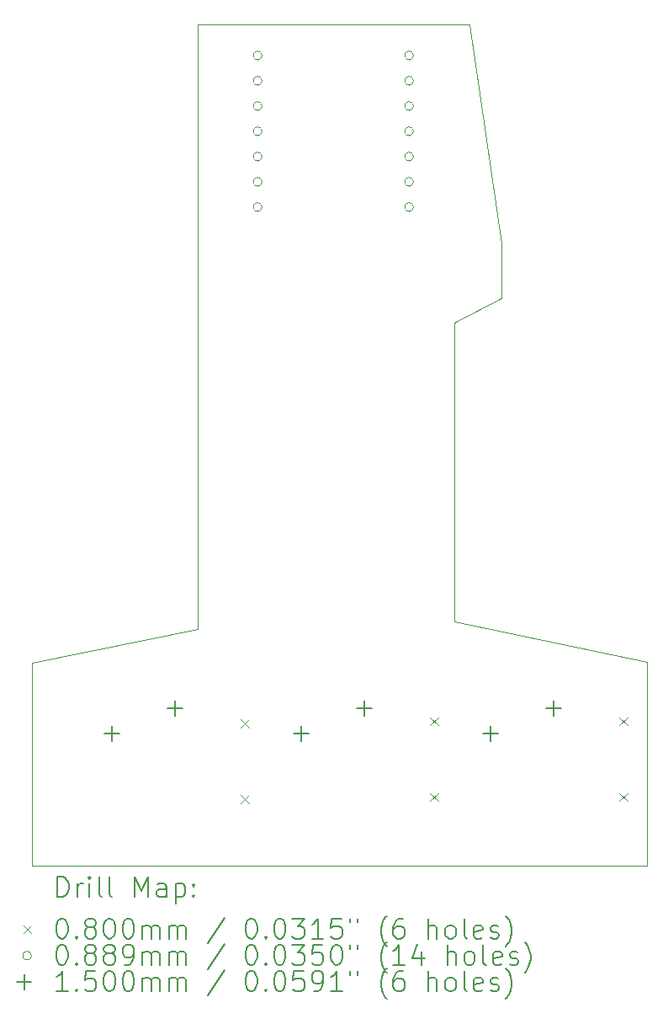
<source format=gbr>
%TF.GenerationSoftware,KiCad,Pcbnew,9.0.2*%
%TF.CreationDate,2025-07-01T11:41:15-07:00*%
%TF.ProjectId,osu_keypad,6f73755f-6b65-4797-9061-642e6b696361,rev?*%
%TF.SameCoordinates,Original*%
%TF.FileFunction,Drillmap*%
%TF.FilePolarity,Positive*%
%FSLAX45Y45*%
G04 Gerber Fmt 4.5, Leading zero omitted, Abs format (unit mm)*
G04 Created by KiCad (PCBNEW 9.0.2) date 2025-07-01 11:41:15*
%MOMM*%
%LPD*%
G01*
G04 APERTURE LIST*
%ADD10C,0.050000*%
%ADD11C,0.200000*%
%ADD12C,0.100000*%
%ADD13C,0.150000*%
G04 APERTURE END LIST*
D10*
X12942500Y-9540500D02*
X13416500Y-9294500D01*
X10358438Y-6548437D02*
X10358438Y-12620625D01*
X12943500Y-12546500D02*
X12942500Y-9540500D01*
X8691563Y-15001875D02*
X14882812Y-15001875D01*
X13416500Y-8749500D02*
X13096875Y-6548437D01*
X8692500Y-12962500D02*
X10358438Y-12620625D01*
X14882812Y-15001875D02*
X14882812Y-12952500D01*
X8691563Y-15001875D02*
X8692500Y-12962500D01*
X13416500Y-9294500D02*
X13416500Y-8749500D01*
X13096875Y-6548437D02*
X10358438Y-6548437D01*
X14882812Y-12952500D02*
X12943500Y-12546500D01*
D11*
D12*
X10794688Y-13533125D02*
X10874688Y-13613125D01*
X10874688Y-13533125D02*
X10794688Y-13613125D01*
X10794688Y-14295125D02*
X10874688Y-14375125D01*
X10874688Y-14295125D02*
X10794688Y-14375125D01*
X12699687Y-13509312D02*
X12779687Y-13589312D01*
X12779687Y-13509312D02*
X12699687Y-13589312D01*
X12699687Y-14271312D02*
X12779687Y-14351312D01*
X12779687Y-14271312D02*
X12699687Y-14351312D01*
X14604687Y-13509312D02*
X14684687Y-13589312D01*
X14684687Y-13509312D02*
X14604687Y-13589312D01*
X14604687Y-14271312D02*
X14684687Y-14351312D01*
X14684687Y-14271312D02*
X14604687Y-14351312D01*
X11009450Y-6858000D02*
G75*
G02*
X10920550Y-6858000I-44450J0D01*
G01*
X10920550Y-6858000D02*
G75*
G02*
X11009450Y-6858000I44450J0D01*
G01*
X11009450Y-7112000D02*
G75*
G02*
X10920550Y-7112000I-44450J0D01*
G01*
X10920550Y-7112000D02*
G75*
G02*
X11009450Y-7112000I44450J0D01*
G01*
X11009450Y-7366000D02*
G75*
G02*
X10920550Y-7366000I-44450J0D01*
G01*
X10920550Y-7366000D02*
G75*
G02*
X11009450Y-7366000I44450J0D01*
G01*
X11009450Y-7620000D02*
G75*
G02*
X10920550Y-7620000I-44450J0D01*
G01*
X10920550Y-7620000D02*
G75*
G02*
X11009450Y-7620000I44450J0D01*
G01*
X11009450Y-7874000D02*
G75*
G02*
X10920550Y-7874000I-44450J0D01*
G01*
X10920550Y-7874000D02*
G75*
G02*
X11009450Y-7874000I44450J0D01*
G01*
X11009450Y-8128000D02*
G75*
G02*
X10920550Y-8128000I-44450J0D01*
G01*
X10920550Y-8128000D02*
G75*
G02*
X11009450Y-8128000I44450J0D01*
G01*
X11009450Y-8382000D02*
G75*
G02*
X10920550Y-8382000I-44450J0D01*
G01*
X10920550Y-8382000D02*
G75*
G02*
X11009450Y-8382000I44450J0D01*
G01*
X12533450Y-6858000D02*
G75*
G02*
X12444550Y-6858000I-44450J0D01*
G01*
X12444550Y-6858000D02*
G75*
G02*
X12533450Y-6858000I44450J0D01*
G01*
X12533450Y-7112000D02*
G75*
G02*
X12444550Y-7112000I-44450J0D01*
G01*
X12444550Y-7112000D02*
G75*
G02*
X12533450Y-7112000I44450J0D01*
G01*
X12533450Y-7366000D02*
G75*
G02*
X12444550Y-7366000I-44450J0D01*
G01*
X12444550Y-7366000D02*
G75*
G02*
X12533450Y-7366000I44450J0D01*
G01*
X12533450Y-7620000D02*
G75*
G02*
X12444550Y-7620000I-44450J0D01*
G01*
X12444550Y-7620000D02*
G75*
G02*
X12533450Y-7620000I44450J0D01*
G01*
X12533450Y-7874000D02*
G75*
G02*
X12444550Y-7874000I-44450J0D01*
G01*
X12444550Y-7874000D02*
G75*
G02*
X12533450Y-7874000I44450J0D01*
G01*
X12533450Y-8128000D02*
G75*
G02*
X12444550Y-8128000I-44450J0D01*
G01*
X12444550Y-8128000D02*
G75*
G02*
X12533450Y-8128000I44450J0D01*
G01*
X12533450Y-8382000D02*
G75*
G02*
X12444550Y-8382000I-44450J0D01*
G01*
X12444550Y-8382000D02*
G75*
G02*
X12533450Y-8382000I44450J0D01*
G01*
D13*
X9501188Y-13601312D02*
X9501188Y-13751312D01*
X9426188Y-13676312D02*
X9576188Y-13676312D01*
X10136188Y-13347312D02*
X10136188Y-13497312D01*
X10061188Y-13422312D02*
X10211188Y-13422312D01*
X11406187Y-13601312D02*
X11406187Y-13751312D01*
X11331187Y-13676312D02*
X11481187Y-13676312D01*
X12041187Y-13347312D02*
X12041187Y-13497312D01*
X11966187Y-13422312D02*
X12116187Y-13422312D01*
X13311187Y-13601312D02*
X13311187Y-13751312D01*
X13236187Y-13676312D02*
X13386187Y-13676312D01*
X13946187Y-13347312D02*
X13946187Y-13497312D01*
X13871187Y-13422312D02*
X14021187Y-13422312D01*
D11*
X8949839Y-15315859D02*
X8949839Y-15115859D01*
X8949839Y-15115859D02*
X8997458Y-15115859D01*
X8997458Y-15115859D02*
X9026030Y-15125383D01*
X9026030Y-15125383D02*
X9045077Y-15144430D01*
X9045077Y-15144430D02*
X9054601Y-15163478D01*
X9054601Y-15163478D02*
X9064125Y-15201573D01*
X9064125Y-15201573D02*
X9064125Y-15230144D01*
X9064125Y-15230144D02*
X9054601Y-15268240D01*
X9054601Y-15268240D02*
X9045077Y-15287287D01*
X9045077Y-15287287D02*
X9026030Y-15306335D01*
X9026030Y-15306335D02*
X8997458Y-15315859D01*
X8997458Y-15315859D02*
X8949839Y-15315859D01*
X9149839Y-15315859D02*
X9149839Y-15182525D01*
X9149839Y-15220621D02*
X9159363Y-15201573D01*
X9159363Y-15201573D02*
X9168887Y-15192049D01*
X9168887Y-15192049D02*
X9187935Y-15182525D01*
X9187935Y-15182525D02*
X9206982Y-15182525D01*
X9273649Y-15315859D02*
X9273649Y-15182525D01*
X9273649Y-15115859D02*
X9264125Y-15125383D01*
X9264125Y-15125383D02*
X9273649Y-15134906D01*
X9273649Y-15134906D02*
X9283173Y-15125383D01*
X9283173Y-15125383D02*
X9273649Y-15115859D01*
X9273649Y-15115859D02*
X9273649Y-15134906D01*
X9397458Y-15315859D02*
X9378411Y-15306335D01*
X9378411Y-15306335D02*
X9368887Y-15287287D01*
X9368887Y-15287287D02*
X9368887Y-15115859D01*
X9502220Y-15315859D02*
X9483173Y-15306335D01*
X9483173Y-15306335D02*
X9473649Y-15287287D01*
X9473649Y-15287287D02*
X9473649Y-15115859D01*
X9730792Y-15315859D02*
X9730792Y-15115859D01*
X9730792Y-15115859D02*
X9797458Y-15258716D01*
X9797458Y-15258716D02*
X9864125Y-15115859D01*
X9864125Y-15115859D02*
X9864125Y-15315859D01*
X10045077Y-15315859D02*
X10045077Y-15211097D01*
X10045077Y-15211097D02*
X10035554Y-15192049D01*
X10035554Y-15192049D02*
X10016506Y-15182525D01*
X10016506Y-15182525D02*
X9978411Y-15182525D01*
X9978411Y-15182525D02*
X9959363Y-15192049D01*
X10045077Y-15306335D02*
X10026030Y-15315859D01*
X10026030Y-15315859D02*
X9978411Y-15315859D01*
X9978411Y-15315859D02*
X9959363Y-15306335D01*
X9959363Y-15306335D02*
X9949839Y-15287287D01*
X9949839Y-15287287D02*
X9949839Y-15268240D01*
X9949839Y-15268240D02*
X9959363Y-15249192D01*
X9959363Y-15249192D02*
X9978411Y-15239668D01*
X9978411Y-15239668D02*
X10026030Y-15239668D01*
X10026030Y-15239668D02*
X10045077Y-15230144D01*
X10140316Y-15182525D02*
X10140316Y-15382525D01*
X10140316Y-15192049D02*
X10159363Y-15182525D01*
X10159363Y-15182525D02*
X10197458Y-15182525D01*
X10197458Y-15182525D02*
X10216506Y-15192049D01*
X10216506Y-15192049D02*
X10226030Y-15201573D01*
X10226030Y-15201573D02*
X10235554Y-15220621D01*
X10235554Y-15220621D02*
X10235554Y-15277763D01*
X10235554Y-15277763D02*
X10226030Y-15296811D01*
X10226030Y-15296811D02*
X10216506Y-15306335D01*
X10216506Y-15306335D02*
X10197458Y-15315859D01*
X10197458Y-15315859D02*
X10159363Y-15315859D01*
X10159363Y-15315859D02*
X10140316Y-15306335D01*
X10321268Y-15296811D02*
X10330792Y-15306335D01*
X10330792Y-15306335D02*
X10321268Y-15315859D01*
X10321268Y-15315859D02*
X10311744Y-15306335D01*
X10311744Y-15306335D02*
X10321268Y-15296811D01*
X10321268Y-15296811D02*
X10321268Y-15315859D01*
X10321268Y-15192049D02*
X10330792Y-15201573D01*
X10330792Y-15201573D02*
X10321268Y-15211097D01*
X10321268Y-15211097D02*
X10311744Y-15201573D01*
X10311744Y-15201573D02*
X10321268Y-15192049D01*
X10321268Y-15192049D02*
X10321268Y-15211097D01*
D12*
X8609063Y-15604375D02*
X8689063Y-15684375D01*
X8689063Y-15604375D02*
X8609063Y-15684375D01*
D11*
X8987935Y-15535859D02*
X9006982Y-15535859D01*
X9006982Y-15535859D02*
X9026030Y-15545383D01*
X9026030Y-15545383D02*
X9035554Y-15554906D01*
X9035554Y-15554906D02*
X9045077Y-15573954D01*
X9045077Y-15573954D02*
X9054601Y-15612049D01*
X9054601Y-15612049D02*
X9054601Y-15659668D01*
X9054601Y-15659668D02*
X9045077Y-15697763D01*
X9045077Y-15697763D02*
X9035554Y-15716811D01*
X9035554Y-15716811D02*
X9026030Y-15726335D01*
X9026030Y-15726335D02*
X9006982Y-15735859D01*
X9006982Y-15735859D02*
X8987935Y-15735859D01*
X8987935Y-15735859D02*
X8968887Y-15726335D01*
X8968887Y-15726335D02*
X8959363Y-15716811D01*
X8959363Y-15716811D02*
X8949839Y-15697763D01*
X8949839Y-15697763D02*
X8940316Y-15659668D01*
X8940316Y-15659668D02*
X8940316Y-15612049D01*
X8940316Y-15612049D02*
X8949839Y-15573954D01*
X8949839Y-15573954D02*
X8959363Y-15554906D01*
X8959363Y-15554906D02*
X8968887Y-15545383D01*
X8968887Y-15545383D02*
X8987935Y-15535859D01*
X9140316Y-15716811D02*
X9149839Y-15726335D01*
X9149839Y-15726335D02*
X9140316Y-15735859D01*
X9140316Y-15735859D02*
X9130792Y-15726335D01*
X9130792Y-15726335D02*
X9140316Y-15716811D01*
X9140316Y-15716811D02*
X9140316Y-15735859D01*
X9264125Y-15621573D02*
X9245077Y-15612049D01*
X9245077Y-15612049D02*
X9235554Y-15602525D01*
X9235554Y-15602525D02*
X9226030Y-15583478D01*
X9226030Y-15583478D02*
X9226030Y-15573954D01*
X9226030Y-15573954D02*
X9235554Y-15554906D01*
X9235554Y-15554906D02*
X9245077Y-15545383D01*
X9245077Y-15545383D02*
X9264125Y-15535859D01*
X9264125Y-15535859D02*
X9302220Y-15535859D01*
X9302220Y-15535859D02*
X9321268Y-15545383D01*
X9321268Y-15545383D02*
X9330792Y-15554906D01*
X9330792Y-15554906D02*
X9340316Y-15573954D01*
X9340316Y-15573954D02*
X9340316Y-15583478D01*
X9340316Y-15583478D02*
X9330792Y-15602525D01*
X9330792Y-15602525D02*
X9321268Y-15612049D01*
X9321268Y-15612049D02*
X9302220Y-15621573D01*
X9302220Y-15621573D02*
X9264125Y-15621573D01*
X9264125Y-15621573D02*
X9245077Y-15631097D01*
X9245077Y-15631097D02*
X9235554Y-15640621D01*
X9235554Y-15640621D02*
X9226030Y-15659668D01*
X9226030Y-15659668D02*
X9226030Y-15697763D01*
X9226030Y-15697763D02*
X9235554Y-15716811D01*
X9235554Y-15716811D02*
X9245077Y-15726335D01*
X9245077Y-15726335D02*
X9264125Y-15735859D01*
X9264125Y-15735859D02*
X9302220Y-15735859D01*
X9302220Y-15735859D02*
X9321268Y-15726335D01*
X9321268Y-15726335D02*
X9330792Y-15716811D01*
X9330792Y-15716811D02*
X9340316Y-15697763D01*
X9340316Y-15697763D02*
X9340316Y-15659668D01*
X9340316Y-15659668D02*
X9330792Y-15640621D01*
X9330792Y-15640621D02*
X9321268Y-15631097D01*
X9321268Y-15631097D02*
X9302220Y-15621573D01*
X9464125Y-15535859D02*
X9483173Y-15535859D01*
X9483173Y-15535859D02*
X9502220Y-15545383D01*
X9502220Y-15545383D02*
X9511744Y-15554906D01*
X9511744Y-15554906D02*
X9521268Y-15573954D01*
X9521268Y-15573954D02*
X9530792Y-15612049D01*
X9530792Y-15612049D02*
X9530792Y-15659668D01*
X9530792Y-15659668D02*
X9521268Y-15697763D01*
X9521268Y-15697763D02*
X9511744Y-15716811D01*
X9511744Y-15716811D02*
X9502220Y-15726335D01*
X9502220Y-15726335D02*
X9483173Y-15735859D01*
X9483173Y-15735859D02*
X9464125Y-15735859D01*
X9464125Y-15735859D02*
X9445077Y-15726335D01*
X9445077Y-15726335D02*
X9435554Y-15716811D01*
X9435554Y-15716811D02*
X9426030Y-15697763D01*
X9426030Y-15697763D02*
X9416506Y-15659668D01*
X9416506Y-15659668D02*
X9416506Y-15612049D01*
X9416506Y-15612049D02*
X9426030Y-15573954D01*
X9426030Y-15573954D02*
X9435554Y-15554906D01*
X9435554Y-15554906D02*
X9445077Y-15545383D01*
X9445077Y-15545383D02*
X9464125Y-15535859D01*
X9654601Y-15535859D02*
X9673649Y-15535859D01*
X9673649Y-15535859D02*
X9692697Y-15545383D01*
X9692697Y-15545383D02*
X9702220Y-15554906D01*
X9702220Y-15554906D02*
X9711744Y-15573954D01*
X9711744Y-15573954D02*
X9721268Y-15612049D01*
X9721268Y-15612049D02*
X9721268Y-15659668D01*
X9721268Y-15659668D02*
X9711744Y-15697763D01*
X9711744Y-15697763D02*
X9702220Y-15716811D01*
X9702220Y-15716811D02*
X9692697Y-15726335D01*
X9692697Y-15726335D02*
X9673649Y-15735859D01*
X9673649Y-15735859D02*
X9654601Y-15735859D01*
X9654601Y-15735859D02*
X9635554Y-15726335D01*
X9635554Y-15726335D02*
X9626030Y-15716811D01*
X9626030Y-15716811D02*
X9616506Y-15697763D01*
X9616506Y-15697763D02*
X9606982Y-15659668D01*
X9606982Y-15659668D02*
X9606982Y-15612049D01*
X9606982Y-15612049D02*
X9616506Y-15573954D01*
X9616506Y-15573954D02*
X9626030Y-15554906D01*
X9626030Y-15554906D02*
X9635554Y-15545383D01*
X9635554Y-15545383D02*
X9654601Y-15535859D01*
X9806982Y-15735859D02*
X9806982Y-15602525D01*
X9806982Y-15621573D02*
X9816506Y-15612049D01*
X9816506Y-15612049D02*
X9835554Y-15602525D01*
X9835554Y-15602525D02*
X9864125Y-15602525D01*
X9864125Y-15602525D02*
X9883173Y-15612049D01*
X9883173Y-15612049D02*
X9892697Y-15631097D01*
X9892697Y-15631097D02*
X9892697Y-15735859D01*
X9892697Y-15631097D02*
X9902220Y-15612049D01*
X9902220Y-15612049D02*
X9921268Y-15602525D01*
X9921268Y-15602525D02*
X9949839Y-15602525D01*
X9949839Y-15602525D02*
X9968887Y-15612049D01*
X9968887Y-15612049D02*
X9978411Y-15631097D01*
X9978411Y-15631097D02*
X9978411Y-15735859D01*
X10073649Y-15735859D02*
X10073649Y-15602525D01*
X10073649Y-15621573D02*
X10083173Y-15612049D01*
X10083173Y-15612049D02*
X10102220Y-15602525D01*
X10102220Y-15602525D02*
X10130792Y-15602525D01*
X10130792Y-15602525D02*
X10149839Y-15612049D01*
X10149839Y-15612049D02*
X10159363Y-15631097D01*
X10159363Y-15631097D02*
X10159363Y-15735859D01*
X10159363Y-15631097D02*
X10168887Y-15612049D01*
X10168887Y-15612049D02*
X10187935Y-15602525D01*
X10187935Y-15602525D02*
X10216506Y-15602525D01*
X10216506Y-15602525D02*
X10235554Y-15612049D01*
X10235554Y-15612049D02*
X10245078Y-15631097D01*
X10245078Y-15631097D02*
X10245078Y-15735859D01*
X10635554Y-15526335D02*
X10464125Y-15783478D01*
X10892697Y-15535859D02*
X10911744Y-15535859D01*
X10911744Y-15535859D02*
X10930792Y-15545383D01*
X10930792Y-15545383D02*
X10940316Y-15554906D01*
X10940316Y-15554906D02*
X10949840Y-15573954D01*
X10949840Y-15573954D02*
X10959363Y-15612049D01*
X10959363Y-15612049D02*
X10959363Y-15659668D01*
X10959363Y-15659668D02*
X10949840Y-15697763D01*
X10949840Y-15697763D02*
X10940316Y-15716811D01*
X10940316Y-15716811D02*
X10930792Y-15726335D01*
X10930792Y-15726335D02*
X10911744Y-15735859D01*
X10911744Y-15735859D02*
X10892697Y-15735859D01*
X10892697Y-15735859D02*
X10873649Y-15726335D01*
X10873649Y-15726335D02*
X10864125Y-15716811D01*
X10864125Y-15716811D02*
X10854601Y-15697763D01*
X10854601Y-15697763D02*
X10845078Y-15659668D01*
X10845078Y-15659668D02*
X10845078Y-15612049D01*
X10845078Y-15612049D02*
X10854601Y-15573954D01*
X10854601Y-15573954D02*
X10864125Y-15554906D01*
X10864125Y-15554906D02*
X10873649Y-15545383D01*
X10873649Y-15545383D02*
X10892697Y-15535859D01*
X11045078Y-15716811D02*
X11054601Y-15726335D01*
X11054601Y-15726335D02*
X11045078Y-15735859D01*
X11045078Y-15735859D02*
X11035554Y-15726335D01*
X11035554Y-15726335D02*
X11045078Y-15716811D01*
X11045078Y-15716811D02*
X11045078Y-15735859D01*
X11178411Y-15535859D02*
X11197459Y-15535859D01*
X11197459Y-15535859D02*
X11216506Y-15545383D01*
X11216506Y-15545383D02*
X11226030Y-15554906D01*
X11226030Y-15554906D02*
X11235554Y-15573954D01*
X11235554Y-15573954D02*
X11245078Y-15612049D01*
X11245078Y-15612049D02*
X11245078Y-15659668D01*
X11245078Y-15659668D02*
X11235554Y-15697763D01*
X11235554Y-15697763D02*
X11226030Y-15716811D01*
X11226030Y-15716811D02*
X11216506Y-15726335D01*
X11216506Y-15726335D02*
X11197459Y-15735859D01*
X11197459Y-15735859D02*
X11178411Y-15735859D01*
X11178411Y-15735859D02*
X11159363Y-15726335D01*
X11159363Y-15726335D02*
X11149840Y-15716811D01*
X11149840Y-15716811D02*
X11140316Y-15697763D01*
X11140316Y-15697763D02*
X11130792Y-15659668D01*
X11130792Y-15659668D02*
X11130792Y-15612049D01*
X11130792Y-15612049D02*
X11140316Y-15573954D01*
X11140316Y-15573954D02*
X11149840Y-15554906D01*
X11149840Y-15554906D02*
X11159363Y-15545383D01*
X11159363Y-15545383D02*
X11178411Y-15535859D01*
X11311744Y-15535859D02*
X11435554Y-15535859D01*
X11435554Y-15535859D02*
X11368887Y-15612049D01*
X11368887Y-15612049D02*
X11397459Y-15612049D01*
X11397459Y-15612049D02*
X11416506Y-15621573D01*
X11416506Y-15621573D02*
X11426030Y-15631097D01*
X11426030Y-15631097D02*
X11435554Y-15650144D01*
X11435554Y-15650144D02*
X11435554Y-15697763D01*
X11435554Y-15697763D02*
X11426030Y-15716811D01*
X11426030Y-15716811D02*
X11416506Y-15726335D01*
X11416506Y-15726335D02*
X11397459Y-15735859D01*
X11397459Y-15735859D02*
X11340316Y-15735859D01*
X11340316Y-15735859D02*
X11321268Y-15726335D01*
X11321268Y-15726335D02*
X11311744Y-15716811D01*
X11626030Y-15735859D02*
X11511744Y-15735859D01*
X11568887Y-15735859D02*
X11568887Y-15535859D01*
X11568887Y-15535859D02*
X11549839Y-15564430D01*
X11549839Y-15564430D02*
X11530792Y-15583478D01*
X11530792Y-15583478D02*
X11511744Y-15593002D01*
X11806982Y-15535859D02*
X11711744Y-15535859D01*
X11711744Y-15535859D02*
X11702220Y-15631097D01*
X11702220Y-15631097D02*
X11711744Y-15621573D01*
X11711744Y-15621573D02*
X11730792Y-15612049D01*
X11730792Y-15612049D02*
X11778411Y-15612049D01*
X11778411Y-15612049D02*
X11797459Y-15621573D01*
X11797459Y-15621573D02*
X11806982Y-15631097D01*
X11806982Y-15631097D02*
X11816506Y-15650144D01*
X11816506Y-15650144D02*
X11816506Y-15697763D01*
X11816506Y-15697763D02*
X11806982Y-15716811D01*
X11806982Y-15716811D02*
X11797459Y-15726335D01*
X11797459Y-15726335D02*
X11778411Y-15735859D01*
X11778411Y-15735859D02*
X11730792Y-15735859D01*
X11730792Y-15735859D02*
X11711744Y-15726335D01*
X11711744Y-15726335D02*
X11702220Y-15716811D01*
X11892697Y-15535859D02*
X11892697Y-15573954D01*
X11968887Y-15535859D02*
X11968887Y-15573954D01*
X12264125Y-15812049D02*
X12254601Y-15802525D01*
X12254601Y-15802525D02*
X12235554Y-15773954D01*
X12235554Y-15773954D02*
X12226030Y-15754906D01*
X12226030Y-15754906D02*
X12216506Y-15726335D01*
X12216506Y-15726335D02*
X12206982Y-15678716D01*
X12206982Y-15678716D02*
X12206982Y-15640621D01*
X12206982Y-15640621D02*
X12216506Y-15593002D01*
X12216506Y-15593002D02*
X12226030Y-15564430D01*
X12226030Y-15564430D02*
X12235554Y-15545383D01*
X12235554Y-15545383D02*
X12254601Y-15516811D01*
X12254601Y-15516811D02*
X12264125Y-15507287D01*
X12426030Y-15535859D02*
X12387935Y-15535859D01*
X12387935Y-15535859D02*
X12368887Y-15545383D01*
X12368887Y-15545383D02*
X12359363Y-15554906D01*
X12359363Y-15554906D02*
X12340316Y-15583478D01*
X12340316Y-15583478D02*
X12330792Y-15621573D01*
X12330792Y-15621573D02*
X12330792Y-15697763D01*
X12330792Y-15697763D02*
X12340316Y-15716811D01*
X12340316Y-15716811D02*
X12349840Y-15726335D01*
X12349840Y-15726335D02*
X12368887Y-15735859D01*
X12368887Y-15735859D02*
X12406982Y-15735859D01*
X12406982Y-15735859D02*
X12426030Y-15726335D01*
X12426030Y-15726335D02*
X12435554Y-15716811D01*
X12435554Y-15716811D02*
X12445078Y-15697763D01*
X12445078Y-15697763D02*
X12445078Y-15650144D01*
X12445078Y-15650144D02*
X12435554Y-15631097D01*
X12435554Y-15631097D02*
X12426030Y-15621573D01*
X12426030Y-15621573D02*
X12406982Y-15612049D01*
X12406982Y-15612049D02*
X12368887Y-15612049D01*
X12368887Y-15612049D02*
X12349840Y-15621573D01*
X12349840Y-15621573D02*
X12340316Y-15631097D01*
X12340316Y-15631097D02*
X12330792Y-15650144D01*
X12683173Y-15735859D02*
X12683173Y-15535859D01*
X12768887Y-15735859D02*
X12768887Y-15631097D01*
X12768887Y-15631097D02*
X12759363Y-15612049D01*
X12759363Y-15612049D02*
X12740316Y-15602525D01*
X12740316Y-15602525D02*
X12711744Y-15602525D01*
X12711744Y-15602525D02*
X12692697Y-15612049D01*
X12692697Y-15612049D02*
X12683173Y-15621573D01*
X12892697Y-15735859D02*
X12873649Y-15726335D01*
X12873649Y-15726335D02*
X12864125Y-15716811D01*
X12864125Y-15716811D02*
X12854602Y-15697763D01*
X12854602Y-15697763D02*
X12854602Y-15640621D01*
X12854602Y-15640621D02*
X12864125Y-15621573D01*
X12864125Y-15621573D02*
X12873649Y-15612049D01*
X12873649Y-15612049D02*
X12892697Y-15602525D01*
X12892697Y-15602525D02*
X12921268Y-15602525D01*
X12921268Y-15602525D02*
X12940316Y-15612049D01*
X12940316Y-15612049D02*
X12949840Y-15621573D01*
X12949840Y-15621573D02*
X12959363Y-15640621D01*
X12959363Y-15640621D02*
X12959363Y-15697763D01*
X12959363Y-15697763D02*
X12949840Y-15716811D01*
X12949840Y-15716811D02*
X12940316Y-15726335D01*
X12940316Y-15726335D02*
X12921268Y-15735859D01*
X12921268Y-15735859D02*
X12892697Y-15735859D01*
X13073649Y-15735859D02*
X13054602Y-15726335D01*
X13054602Y-15726335D02*
X13045078Y-15707287D01*
X13045078Y-15707287D02*
X13045078Y-15535859D01*
X13226030Y-15726335D02*
X13206983Y-15735859D01*
X13206983Y-15735859D02*
X13168887Y-15735859D01*
X13168887Y-15735859D02*
X13149840Y-15726335D01*
X13149840Y-15726335D02*
X13140316Y-15707287D01*
X13140316Y-15707287D02*
X13140316Y-15631097D01*
X13140316Y-15631097D02*
X13149840Y-15612049D01*
X13149840Y-15612049D02*
X13168887Y-15602525D01*
X13168887Y-15602525D02*
X13206983Y-15602525D01*
X13206983Y-15602525D02*
X13226030Y-15612049D01*
X13226030Y-15612049D02*
X13235554Y-15631097D01*
X13235554Y-15631097D02*
X13235554Y-15650144D01*
X13235554Y-15650144D02*
X13140316Y-15669192D01*
X13311744Y-15726335D02*
X13330792Y-15735859D01*
X13330792Y-15735859D02*
X13368887Y-15735859D01*
X13368887Y-15735859D02*
X13387935Y-15726335D01*
X13387935Y-15726335D02*
X13397459Y-15707287D01*
X13397459Y-15707287D02*
X13397459Y-15697763D01*
X13397459Y-15697763D02*
X13387935Y-15678716D01*
X13387935Y-15678716D02*
X13368887Y-15669192D01*
X13368887Y-15669192D02*
X13340316Y-15669192D01*
X13340316Y-15669192D02*
X13321268Y-15659668D01*
X13321268Y-15659668D02*
X13311744Y-15640621D01*
X13311744Y-15640621D02*
X13311744Y-15631097D01*
X13311744Y-15631097D02*
X13321268Y-15612049D01*
X13321268Y-15612049D02*
X13340316Y-15602525D01*
X13340316Y-15602525D02*
X13368887Y-15602525D01*
X13368887Y-15602525D02*
X13387935Y-15612049D01*
X13464125Y-15812049D02*
X13473649Y-15802525D01*
X13473649Y-15802525D02*
X13492697Y-15773954D01*
X13492697Y-15773954D02*
X13502221Y-15754906D01*
X13502221Y-15754906D02*
X13511744Y-15726335D01*
X13511744Y-15726335D02*
X13521268Y-15678716D01*
X13521268Y-15678716D02*
X13521268Y-15640621D01*
X13521268Y-15640621D02*
X13511744Y-15593002D01*
X13511744Y-15593002D02*
X13502221Y-15564430D01*
X13502221Y-15564430D02*
X13492697Y-15545383D01*
X13492697Y-15545383D02*
X13473649Y-15516811D01*
X13473649Y-15516811D02*
X13464125Y-15507287D01*
D12*
X8689063Y-15908375D02*
G75*
G02*
X8600163Y-15908375I-44450J0D01*
G01*
X8600163Y-15908375D02*
G75*
G02*
X8689063Y-15908375I44450J0D01*
G01*
D11*
X8987935Y-15799859D02*
X9006982Y-15799859D01*
X9006982Y-15799859D02*
X9026030Y-15809383D01*
X9026030Y-15809383D02*
X9035554Y-15818906D01*
X9035554Y-15818906D02*
X9045077Y-15837954D01*
X9045077Y-15837954D02*
X9054601Y-15876049D01*
X9054601Y-15876049D02*
X9054601Y-15923668D01*
X9054601Y-15923668D02*
X9045077Y-15961763D01*
X9045077Y-15961763D02*
X9035554Y-15980811D01*
X9035554Y-15980811D02*
X9026030Y-15990335D01*
X9026030Y-15990335D02*
X9006982Y-15999859D01*
X9006982Y-15999859D02*
X8987935Y-15999859D01*
X8987935Y-15999859D02*
X8968887Y-15990335D01*
X8968887Y-15990335D02*
X8959363Y-15980811D01*
X8959363Y-15980811D02*
X8949839Y-15961763D01*
X8949839Y-15961763D02*
X8940316Y-15923668D01*
X8940316Y-15923668D02*
X8940316Y-15876049D01*
X8940316Y-15876049D02*
X8949839Y-15837954D01*
X8949839Y-15837954D02*
X8959363Y-15818906D01*
X8959363Y-15818906D02*
X8968887Y-15809383D01*
X8968887Y-15809383D02*
X8987935Y-15799859D01*
X9140316Y-15980811D02*
X9149839Y-15990335D01*
X9149839Y-15990335D02*
X9140316Y-15999859D01*
X9140316Y-15999859D02*
X9130792Y-15990335D01*
X9130792Y-15990335D02*
X9140316Y-15980811D01*
X9140316Y-15980811D02*
X9140316Y-15999859D01*
X9264125Y-15885573D02*
X9245077Y-15876049D01*
X9245077Y-15876049D02*
X9235554Y-15866525D01*
X9235554Y-15866525D02*
X9226030Y-15847478D01*
X9226030Y-15847478D02*
X9226030Y-15837954D01*
X9226030Y-15837954D02*
X9235554Y-15818906D01*
X9235554Y-15818906D02*
X9245077Y-15809383D01*
X9245077Y-15809383D02*
X9264125Y-15799859D01*
X9264125Y-15799859D02*
X9302220Y-15799859D01*
X9302220Y-15799859D02*
X9321268Y-15809383D01*
X9321268Y-15809383D02*
X9330792Y-15818906D01*
X9330792Y-15818906D02*
X9340316Y-15837954D01*
X9340316Y-15837954D02*
X9340316Y-15847478D01*
X9340316Y-15847478D02*
X9330792Y-15866525D01*
X9330792Y-15866525D02*
X9321268Y-15876049D01*
X9321268Y-15876049D02*
X9302220Y-15885573D01*
X9302220Y-15885573D02*
X9264125Y-15885573D01*
X9264125Y-15885573D02*
X9245077Y-15895097D01*
X9245077Y-15895097D02*
X9235554Y-15904621D01*
X9235554Y-15904621D02*
X9226030Y-15923668D01*
X9226030Y-15923668D02*
X9226030Y-15961763D01*
X9226030Y-15961763D02*
X9235554Y-15980811D01*
X9235554Y-15980811D02*
X9245077Y-15990335D01*
X9245077Y-15990335D02*
X9264125Y-15999859D01*
X9264125Y-15999859D02*
X9302220Y-15999859D01*
X9302220Y-15999859D02*
X9321268Y-15990335D01*
X9321268Y-15990335D02*
X9330792Y-15980811D01*
X9330792Y-15980811D02*
X9340316Y-15961763D01*
X9340316Y-15961763D02*
X9340316Y-15923668D01*
X9340316Y-15923668D02*
X9330792Y-15904621D01*
X9330792Y-15904621D02*
X9321268Y-15895097D01*
X9321268Y-15895097D02*
X9302220Y-15885573D01*
X9454601Y-15885573D02*
X9435554Y-15876049D01*
X9435554Y-15876049D02*
X9426030Y-15866525D01*
X9426030Y-15866525D02*
X9416506Y-15847478D01*
X9416506Y-15847478D02*
X9416506Y-15837954D01*
X9416506Y-15837954D02*
X9426030Y-15818906D01*
X9426030Y-15818906D02*
X9435554Y-15809383D01*
X9435554Y-15809383D02*
X9454601Y-15799859D01*
X9454601Y-15799859D02*
X9492697Y-15799859D01*
X9492697Y-15799859D02*
X9511744Y-15809383D01*
X9511744Y-15809383D02*
X9521268Y-15818906D01*
X9521268Y-15818906D02*
X9530792Y-15837954D01*
X9530792Y-15837954D02*
X9530792Y-15847478D01*
X9530792Y-15847478D02*
X9521268Y-15866525D01*
X9521268Y-15866525D02*
X9511744Y-15876049D01*
X9511744Y-15876049D02*
X9492697Y-15885573D01*
X9492697Y-15885573D02*
X9454601Y-15885573D01*
X9454601Y-15885573D02*
X9435554Y-15895097D01*
X9435554Y-15895097D02*
X9426030Y-15904621D01*
X9426030Y-15904621D02*
X9416506Y-15923668D01*
X9416506Y-15923668D02*
X9416506Y-15961763D01*
X9416506Y-15961763D02*
X9426030Y-15980811D01*
X9426030Y-15980811D02*
X9435554Y-15990335D01*
X9435554Y-15990335D02*
X9454601Y-15999859D01*
X9454601Y-15999859D02*
X9492697Y-15999859D01*
X9492697Y-15999859D02*
X9511744Y-15990335D01*
X9511744Y-15990335D02*
X9521268Y-15980811D01*
X9521268Y-15980811D02*
X9530792Y-15961763D01*
X9530792Y-15961763D02*
X9530792Y-15923668D01*
X9530792Y-15923668D02*
X9521268Y-15904621D01*
X9521268Y-15904621D02*
X9511744Y-15895097D01*
X9511744Y-15895097D02*
X9492697Y-15885573D01*
X9626030Y-15999859D02*
X9664125Y-15999859D01*
X9664125Y-15999859D02*
X9683173Y-15990335D01*
X9683173Y-15990335D02*
X9692697Y-15980811D01*
X9692697Y-15980811D02*
X9711744Y-15952240D01*
X9711744Y-15952240D02*
X9721268Y-15914144D01*
X9721268Y-15914144D02*
X9721268Y-15837954D01*
X9721268Y-15837954D02*
X9711744Y-15818906D01*
X9711744Y-15818906D02*
X9702220Y-15809383D01*
X9702220Y-15809383D02*
X9683173Y-15799859D01*
X9683173Y-15799859D02*
X9645077Y-15799859D01*
X9645077Y-15799859D02*
X9626030Y-15809383D01*
X9626030Y-15809383D02*
X9616506Y-15818906D01*
X9616506Y-15818906D02*
X9606982Y-15837954D01*
X9606982Y-15837954D02*
X9606982Y-15885573D01*
X9606982Y-15885573D02*
X9616506Y-15904621D01*
X9616506Y-15904621D02*
X9626030Y-15914144D01*
X9626030Y-15914144D02*
X9645077Y-15923668D01*
X9645077Y-15923668D02*
X9683173Y-15923668D01*
X9683173Y-15923668D02*
X9702220Y-15914144D01*
X9702220Y-15914144D02*
X9711744Y-15904621D01*
X9711744Y-15904621D02*
X9721268Y-15885573D01*
X9806982Y-15999859D02*
X9806982Y-15866525D01*
X9806982Y-15885573D02*
X9816506Y-15876049D01*
X9816506Y-15876049D02*
X9835554Y-15866525D01*
X9835554Y-15866525D02*
X9864125Y-15866525D01*
X9864125Y-15866525D02*
X9883173Y-15876049D01*
X9883173Y-15876049D02*
X9892697Y-15895097D01*
X9892697Y-15895097D02*
X9892697Y-15999859D01*
X9892697Y-15895097D02*
X9902220Y-15876049D01*
X9902220Y-15876049D02*
X9921268Y-15866525D01*
X9921268Y-15866525D02*
X9949839Y-15866525D01*
X9949839Y-15866525D02*
X9968887Y-15876049D01*
X9968887Y-15876049D02*
X9978411Y-15895097D01*
X9978411Y-15895097D02*
X9978411Y-15999859D01*
X10073649Y-15999859D02*
X10073649Y-15866525D01*
X10073649Y-15885573D02*
X10083173Y-15876049D01*
X10083173Y-15876049D02*
X10102220Y-15866525D01*
X10102220Y-15866525D02*
X10130792Y-15866525D01*
X10130792Y-15866525D02*
X10149839Y-15876049D01*
X10149839Y-15876049D02*
X10159363Y-15895097D01*
X10159363Y-15895097D02*
X10159363Y-15999859D01*
X10159363Y-15895097D02*
X10168887Y-15876049D01*
X10168887Y-15876049D02*
X10187935Y-15866525D01*
X10187935Y-15866525D02*
X10216506Y-15866525D01*
X10216506Y-15866525D02*
X10235554Y-15876049D01*
X10235554Y-15876049D02*
X10245078Y-15895097D01*
X10245078Y-15895097D02*
X10245078Y-15999859D01*
X10635554Y-15790335D02*
X10464125Y-16047478D01*
X10892697Y-15799859D02*
X10911744Y-15799859D01*
X10911744Y-15799859D02*
X10930792Y-15809383D01*
X10930792Y-15809383D02*
X10940316Y-15818906D01*
X10940316Y-15818906D02*
X10949840Y-15837954D01*
X10949840Y-15837954D02*
X10959363Y-15876049D01*
X10959363Y-15876049D02*
X10959363Y-15923668D01*
X10959363Y-15923668D02*
X10949840Y-15961763D01*
X10949840Y-15961763D02*
X10940316Y-15980811D01*
X10940316Y-15980811D02*
X10930792Y-15990335D01*
X10930792Y-15990335D02*
X10911744Y-15999859D01*
X10911744Y-15999859D02*
X10892697Y-15999859D01*
X10892697Y-15999859D02*
X10873649Y-15990335D01*
X10873649Y-15990335D02*
X10864125Y-15980811D01*
X10864125Y-15980811D02*
X10854601Y-15961763D01*
X10854601Y-15961763D02*
X10845078Y-15923668D01*
X10845078Y-15923668D02*
X10845078Y-15876049D01*
X10845078Y-15876049D02*
X10854601Y-15837954D01*
X10854601Y-15837954D02*
X10864125Y-15818906D01*
X10864125Y-15818906D02*
X10873649Y-15809383D01*
X10873649Y-15809383D02*
X10892697Y-15799859D01*
X11045078Y-15980811D02*
X11054601Y-15990335D01*
X11054601Y-15990335D02*
X11045078Y-15999859D01*
X11045078Y-15999859D02*
X11035554Y-15990335D01*
X11035554Y-15990335D02*
X11045078Y-15980811D01*
X11045078Y-15980811D02*
X11045078Y-15999859D01*
X11178411Y-15799859D02*
X11197459Y-15799859D01*
X11197459Y-15799859D02*
X11216506Y-15809383D01*
X11216506Y-15809383D02*
X11226030Y-15818906D01*
X11226030Y-15818906D02*
X11235554Y-15837954D01*
X11235554Y-15837954D02*
X11245078Y-15876049D01*
X11245078Y-15876049D02*
X11245078Y-15923668D01*
X11245078Y-15923668D02*
X11235554Y-15961763D01*
X11235554Y-15961763D02*
X11226030Y-15980811D01*
X11226030Y-15980811D02*
X11216506Y-15990335D01*
X11216506Y-15990335D02*
X11197459Y-15999859D01*
X11197459Y-15999859D02*
X11178411Y-15999859D01*
X11178411Y-15999859D02*
X11159363Y-15990335D01*
X11159363Y-15990335D02*
X11149840Y-15980811D01*
X11149840Y-15980811D02*
X11140316Y-15961763D01*
X11140316Y-15961763D02*
X11130792Y-15923668D01*
X11130792Y-15923668D02*
X11130792Y-15876049D01*
X11130792Y-15876049D02*
X11140316Y-15837954D01*
X11140316Y-15837954D02*
X11149840Y-15818906D01*
X11149840Y-15818906D02*
X11159363Y-15809383D01*
X11159363Y-15809383D02*
X11178411Y-15799859D01*
X11311744Y-15799859D02*
X11435554Y-15799859D01*
X11435554Y-15799859D02*
X11368887Y-15876049D01*
X11368887Y-15876049D02*
X11397459Y-15876049D01*
X11397459Y-15876049D02*
X11416506Y-15885573D01*
X11416506Y-15885573D02*
X11426030Y-15895097D01*
X11426030Y-15895097D02*
X11435554Y-15914144D01*
X11435554Y-15914144D02*
X11435554Y-15961763D01*
X11435554Y-15961763D02*
X11426030Y-15980811D01*
X11426030Y-15980811D02*
X11416506Y-15990335D01*
X11416506Y-15990335D02*
X11397459Y-15999859D01*
X11397459Y-15999859D02*
X11340316Y-15999859D01*
X11340316Y-15999859D02*
X11321268Y-15990335D01*
X11321268Y-15990335D02*
X11311744Y-15980811D01*
X11616506Y-15799859D02*
X11521268Y-15799859D01*
X11521268Y-15799859D02*
X11511744Y-15895097D01*
X11511744Y-15895097D02*
X11521268Y-15885573D01*
X11521268Y-15885573D02*
X11540316Y-15876049D01*
X11540316Y-15876049D02*
X11587935Y-15876049D01*
X11587935Y-15876049D02*
X11606982Y-15885573D01*
X11606982Y-15885573D02*
X11616506Y-15895097D01*
X11616506Y-15895097D02*
X11626030Y-15914144D01*
X11626030Y-15914144D02*
X11626030Y-15961763D01*
X11626030Y-15961763D02*
X11616506Y-15980811D01*
X11616506Y-15980811D02*
X11606982Y-15990335D01*
X11606982Y-15990335D02*
X11587935Y-15999859D01*
X11587935Y-15999859D02*
X11540316Y-15999859D01*
X11540316Y-15999859D02*
X11521268Y-15990335D01*
X11521268Y-15990335D02*
X11511744Y-15980811D01*
X11749839Y-15799859D02*
X11768887Y-15799859D01*
X11768887Y-15799859D02*
X11787935Y-15809383D01*
X11787935Y-15809383D02*
X11797459Y-15818906D01*
X11797459Y-15818906D02*
X11806982Y-15837954D01*
X11806982Y-15837954D02*
X11816506Y-15876049D01*
X11816506Y-15876049D02*
X11816506Y-15923668D01*
X11816506Y-15923668D02*
X11806982Y-15961763D01*
X11806982Y-15961763D02*
X11797459Y-15980811D01*
X11797459Y-15980811D02*
X11787935Y-15990335D01*
X11787935Y-15990335D02*
X11768887Y-15999859D01*
X11768887Y-15999859D02*
X11749839Y-15999859D01*
X11749839Y-15999859D02*
X11730792Y-15990335D01*
X11730792Y-15990335D02*
X11721268Y-15980811D01*
X11721268Y-15980811D02*
X11711744Y-15961763D01*
X11711744Y-15961763D02*
X11702220Y-15923668D01*
X11702220Y-15923668D02*
X11702220Y-15876049D01*
X11702220Y-15876049D02*
X11711744Y-15837954D01*
X11711744Y-15837954D02*
X11721268Y-15818906D01*
X11721268Y-15818906D02*
X11730792Y-15809383D01*
X11730792Y-15809383D02*
X11749839Y-15799859D01*
X11892697Y-15799859D02*
X11892697Y-15837954D01*
X11968887Y-15799859D02*
X11968887Y-15837954D01*
X12264125Y-16076049D02*
X12254601Y-16066525D01*
X12254601Y-16066525D02*
X12235554Y-16037954D01*
X12235554Y-16037954D02*
X12226030Y-16018906D01*
X12226030Y-16018906D02*
X12216506Y-15990335D01*
X12216506Y-15990335D02*
X12206982Y-15942716D01*
X12206982Y-15942716D02*
X12206982Y-15904621D01*
X12206982Y-15904621D02*
X12216506Y-15857002D01*
X12216506Y-15857002D02*
X12226030Y-15828430D01*
X12226030Y-15828430D02*
X12235554Y-15809383D01*
X12235554Y-15809383D02*
X12254601Y-15780811D01*
X12254601Y-15780811D02*
X12264125Y-15771287D01*
X12445078Y-15999859D02*
X12330792Y-15999859D01*
X12387935Y-15999859D02*
X12387935Y-15799859D01*
X12387935Y-15799859D02*
X12368887Y-15828430D01*
X12368887Y-15828430D02*
X12349840Y-15847478D01*
X12349840Y-15847478D02*
X12330792Y-15857002D01*
X12616506Y-15866525D02*
X12616506Y-15999859D01*
X12568887Y-15790335D02*
X12521268Y-15933192D01*
X12521268Y-15933192D02*
X12645078Y-15933192D01*
X12873649Y-15999859D02*
X12873649Y-15799859D01*
X12959363Y-15999859D02*
X12959363Y-15895097D01*
X12959363Y-15895097D02*
X12949840Y-15876049D01*
X12949840Y-15876049D02*
X12930792Y-15866525D01*
X12930792Y-15866525D02*
X12902221Y-15866525D01*
X12902221Y-15866525D02*
X12883173Y-15876049D01*
X12883173Y-15876049D02*
X12873649Y-15885573D01*
X13083173Y-15999859D02*
X13064125Y-15990335D01*
X13064125Y-15990335D02*
X13054602Y-15980811D01*
X13054602Y-15980811D02*
X13045078Y-15961763D01*
X13045078Y-15961763D02*
X13045078Y-15904621D01*
X13045078Y-15904621D02*
X13054602Y-15885573D01*
X13054602Y-15885573D02*
X13064125Y-15876049D01*
X13064125Y-15876049D02*
X13083173Y-15866525D01*
X13083173Y-15866525D02*
X13111744Y-15866525D01*
X13111744Y-15866525D02*
X13130792Y-15876049D01*
X13130792Y-15876049D02*
X13140316Y-15885573D01*
X13140316Y-15885573D02*
X13149840Y-15904621D01*
X13149840Y-15904621D02*
X13149840Y-15961763D01*
X13149840Y-15961763D02*
X13140316Y-15980811D01*
X13140316Y-15980811D02*
X13130792Y-15990335D01*
X13130792Y-15990335D02*
X13111744Y-15999859D01*
X13111744Y-15999859D02*
X13083173Y-15999859D01*
X13264125Y-15999859D02*
X13245078Y-15990335D01*
X13245078Y-15990335D02*
X13235554Y-15971287D01*
X13235554Y-15971287D02*
X13235554Y-15799859D01*
X13416506Y-15990335D02*
X13397459Y-15999859D01*
X13397459Y-15999859D02*
X13359363Y-15999859D01*
X13359363Y-15999859D02*
X13340316Y-15990335D01*
X13340316Y-15990335D02*
X13330792Y-15971287D01*
X13330792Y-15971287D02*
X13330792Y-15895097D01*
X13330792Y-15895097D02*
X13340316Y-15876049D01*
X13340316Y-15876049D02*
X13359363Y-15866525D01*
X13359363Y-15866525D02*
X13397459Y-15866525D01*
X13397459Y-15866525D02*
X13416506Y-15876049D01*
X13416506Y-15876049D02*
X13426030Y-15895097D01*
X13426030Y-15895097D02*
X13426030Y-15914144D01*
X13426030Y-15914144D02*
X13330792Y-15933192D01*
X13502221Y-15990335D02*
X13521268Y-15999859D01*
X13521268Y-15999859D02*
X13559363Y-15999859D01*
X13559363Y-15999859D02*
X13578411Y-15990335D01*
X13578411Y-15990335D02*
X13587935Y-15971287D01*
X13587935Y-15971287D02*
X13587935Y-15961763D01*
X13587935Y-15961763D02*
X13578411Y-15942716D01*
X13578411Y-15942716D02*
X13559363Y-15933192D01*
X13559363Y-15933192D02*
X13530792Y-15933192D01*
X13530792Y-15933192D02*
X13511744Y-15923668D01*
X13511744Y-15923668D02*
X13502221Y-15904621D01*
X13502221Y-15904621D02*
X13502221Y-15895097D01*
X13502221Y-15895097D02*
X13511744Y-15876049D01*
X13511744Y-15876049D02*
X13530792Y-15866525D01*
X13530792Y-15866525D02*
X13559363Y-15866525D01*
X13559363Y-15866525D02*
X13578411Y-15876049D01*
X13654602Y-16076049D02*
X13664125Y-16066525D01*
X13664125Y-16066525D02*
X13683173Y-16037954D01*
X13683173Y-16037954D02*
X13692697Y-16018906D01*
X13692697Y-16018906D02*
X13702221Y-15990335D01*
X13702221Y-15990335D02*
X13711744Y-15942716D01*
X13711744Y-15942716D02*
X13711744Y-15904621D01*
X13711744Y-15904621D02*
X13702221Y-15857002D01*
X13702221Y-15857002D02*
X13692697Y-15828430D01*
X13692697Y-15828430D02*
X13683173Y-15809383D01*
X13683173Y-15809383D02*
X13664125Y-15780811D01*
X13664125Y-15780811D02*
X13654602Y-15771287D01*
D13*
X8614063Y-16097375D02*
X8614063Y-16247375D01*
X8539063Y-16172375D02*
X8689063Y-16172375D01*
D11*
X9054601Y-16263859D02*
X8940316Y-16263859D01*
X8997458Y-16263859D02*
X8997458Y-16063859D01*
X8997458Y-16063859D02*
X8978411Y-16092430D01*
X8978411Y-16092430D02*
X8959363Y-16111478D01*
X8959363Y-16111478D02*
X8940316Y-16121002D01*
X9140316Y-16244811D02*
X9149839Y-16254335D01*
X9149839Y-16254335D02*
X9140316Y-16263859D01*
X9140316Y-16263859D02*
X9130792Y-16254335D01*
X9130792Y-16254335D02*
X9140316Y-16244811D01*
X9140316Y-16244811D02*
X9140316Y-16263859D01*
X9330792Y-16063859D02*
X9235554Y-16063859D01*
X9235554Y-16063859D02*
X9226030Y-16159097D01*
X9226030Y-16159097D02*
X9235554Y-16149573D01*
X9235554Y-16149573D02*
X9254601Y-16140049D01*
X9254601Y-16140049D02*
X9302220Y-16140049D01*
X9302220Y-16140049D02*
X9321268Y-16149573D01*
X9321268Y-16149573D02*
X9330792Y-16159097D01*
X9330792Y-16159097D02*
X9340316Y-16178144D01*
X9340316Y-16178144D02*
X9340316Y-16225763D01*
X9340316Y-16225763D02*
X9330792Y-16244811D01*
X9330792Y-16244811D02*
X9321268Y-16254335D01*
X9321268Y-16254335D02*
X9302220Y-16263859D01*
X9302220Y-16263859D02*
X9254601Y-16263859D01*
X9254601Y-16263859D02*
X9235554Y-16254335D01*
X9235554Y-16254335D02*
X9226030Y-16244811D01*
X9464125Y-16063859D02*
X9483173Y-16063859D01*
X9483173Y-16063859D02*
X9502220Y-16073383D01*
X9502220Y-16073383D02*
X9511744Y-16082906D01*
X9511744Y-16082906D02*
X9521268Y-16101954D01*
X9521268Y-16101954D02*
X9530792Y-16140049D01*
X9530792Y-16140049D02*
X9530792Y-16187668D01*
X9530792Y-16187668D02*
X9521268Y-16225763D01*
X9521268Y-16225763D02*
X9511744Y-16244811D01*
X9511744Y-16244811D02*
X9502220Y-16254335D01*
X9502220Y-16254335D02*
X9483173Y-16263859D01*
X9483173Y-16263859D02*
X9464125Y-16263859D01*
X9464125Y-16263859D02*
X9445077Y-16254335D01*
X9445077Y-16254335D02*
X9435554Y-16244811D01*
X9435554Y-16244811D02*
X9426030Y-16225763D01*
X9426030Y-16225763D02*
X9416506Y-16187668D01*
X9416506Y-16187668D02*
X9416506Y-16140049D01*
X9416506Y-16140049D02*
X9426030Y-16101954D01*
X9426030Y-16101954D02*
X9435554Y-16082906D01*
X9435554Y-16082906D02*
X9445077Y-16073383D01*
X9445077Y-16073383D02*
X9464125Y-16063859D01*
X9654601Y-16063859D02*
X9673649Y-16063859D01*
X9673649Y-16063859D02*
X9692697Y-16073383D01*
X9692697Y-16073383D02*
X9702220Y-16082906D01*
X9702220Y-16082906D02*
X9711744Y-16101954D01*
X9711744Y-16101954D02*
X9721268Y-16140049D01*
X9721268Y-16140049D02*
X9721268Y-16187668D01*
X9721268Y-16187668D02*
X9711744Y-16225763D01*
X9711744Y-16225763D02*
X9702220Y-16244811D01*
X9702220Y-16244811D02*
X9692697Y-16254335D01*
X9692697Y-16254335D02*
X9673649Y-16263859D01*
X9673649Y-16263859D02*
X9654601Y-16263859D01*
X9654601Y-16263859D02*
X9635554Y-16254335D01*
X9635554Y-16254335D02*
X9626030Y-16244811D01*
X9626030Y-16244811D02*
X9616506Y-16225763D01*
X9616506Y-16225763D02*
X9606982Y-16187668D01*
X9606982Y-16187668D02*
X9606982Y-16140049D01*
X9606982Y-16140049D02*
X9616506Y-16101954D01*
X9616506Y-16101954D02*
X9626030Y-16082906D01*
X9626030Y-16082906D02*
X9635554Y-16073383D01*
X9635554Y-16073383D02*
X9654601Y-16063859D01*
X9806982Y-16263859D02*
X9806982Y-16130525D01*
X9806982Y-16149573D02*
X9816506Y-16140049D01*
X9816506Y-16140049D02*
X9835554Y-16130525D01*
X9835554Y-16130525D02*
X9864125Y-16130525D01*
X9864125Y-16130525D02*
X9883173Y-16140049D01*
X9883173Y-16140049D02*
X9892697Y-16159097D01*
X9892697Y-16159097D02*
X9892697Y-16263859D01*
X9892697Y-16159097D02*
X9902220Y-16140049D01*
X9902220Y-16140049D02*
X9921268Y-16130525D01*
X9921268Y-16130525D02*
X9949839Y-16130525D01*
X9949839Y-16130525D02*
X9968887Y-16140049D01*
X9968887Y-16140049D02*
X9978411Y-16159097D01*
X9978411Y-16159097D02*
X9978411Y-16263859D01*
X10073649Y-16263859D02*
X10073649Y-16130525D01*
X10073649Y-16149573D02*
X10083173Y-16140049D01*
X10083173Y-16140049D02*
X10102220Y-16130525D01*
X10102220Y-16130525D02*
X10130792Y-16130525D01*
X10130792Y-16130525D02*
X10149839Y-16140049D01*
X10149839Y-16140049D02*
X10159363Y-16159097D01*
X10159363Y-16159097D02*
X10159363Y-16263859D01*
X10159363Y-16159097D02*
X10168887Y-16140049D01*
X10168887Y-16140049D02*
X10187935Y-16130525D01*
X10187935Y-16130525D02*
X10216506Y-16130525D01*
X10216506Y-16130525D02*
X10235554Y-16140049D01*
X10235554Y-16140049D02*
X10245078Y-16159097D01*
X10245078Y-16159097D02*
X10245078Y-16263859D01*
X10635554Y-16054335D02*
X10464125Y-16311478D01*
X10892697Y-16063859D02*
X10911744Y-16063859D01*
X10911744Y-16063859D02*
X10930792Y-16073383D01*
X10930792Y-16073383D02*
X10940316Y-16082906D01*
X10940316Y-16082906D02*
X10949840Y-16101954D01*
X10949840Y-16101954D02*
X10959363Y-16140049D01*
X10959363Y-16140049D02*
X10959363Y-16187668D01*
X10959363Y-16187668D02*
X10949840Y-16225763D01*
X10949840Y-16225763D02*
X10940316Y-16244811D01*
X10940316Y-16244811D02*
X10930792Y-16254335D01*
X10930792Y-16254335D02*
X10911744Y-16263859D01*
X10911744Y-16263859D02*
X10892697Y-16263859D01*
X10892697Y-16263859D02*
X10873649Y-16254335D01*
X10873649Y-16254335D02*
X10864125Y-16244811D01*
X10864125Y-16244811D02*
X10854601Y-16225763D01*
X10854601Y-16225763D02*
X10845078Y-16187668D01*
X10845078Y-16187668D02*
X10845078Y-16140049D01*
X10845078Y-16140049D02*
X10854601Y-16101954D01*
X10854601Y-16101954D02*
X10864125Y-16082906D01*
X10864125Y-16082906D02*
X10873649Y-16073383D01*
X10873649Y-16073383D02*
X10892697Y-16063859D01*
X11045078Y-16244811D02*
X11054601Y-16254335D01*
X11054601Y-16254335D02*
X11045078Y-16263859D01*
X11045078Y-16263859D02*
X11035554Y-16254335D01*
X11035554Y-16254335D02*
X11045078Y-16244811D01*
X11045078Y-16244811D02*
X11045078Y-16263859D01*
X11178411Y-16063859D02*
X11197459Y-16063859D01*
X11197459Y-16063859D02*
X11216506Y-16073383D01*
X11216506Y-16073383D02*
X11226030Y-16082906D01*
X11226030Y-16082906D02*
X11235554Y-16101954D01*
X11235554Y-16101954D02*
X11245078Y-16140049D01*
X11245078Y-16140049D02*
X11245078Y-16187668D01*
X11245078Y-16187668D02*
X11235554Y-16225763D01*
X11235554Y-16225763D02*
X11226030Y-16244811D01*
X11226030Y-16244811D02*
X11216506Y-16254335D01*
X11216506Y-16254335D02*
X11197459Y-16263859D01*
X11197459Y-16263859D02*
X11178411Y-16263859D01*
X11178411Y-16263859D02*
X11159363Y-16254335D01*
X11159363Y-16254335D02*
X11149840Y-16244811D01*
X11149840Y-16244811D02*
X11140316Y-16225763D01*
X11140316Y-16225763D02*
X11130792Y-16187668D01*
X11130792Y-16187668D02*
X11130792Y-16140049D01*
X11130792Y-16140049D02*
X11140316Y-16101954D01*
X11140316Y-16101954D02*
X11149840Y-16082906D01*
X11149840Y-16082906D02*
X11159363Y-16073383D01*
X11159363Y-16073383D02*
X11178411Y-16063859D01*
X11426030Y-16063859D02*
X11330792Y-16063859D01*
X11330792Y-16063859D02*
X11321268Y-16159097D01*
X11321268Y-16159097D02*
X11330792Y-16149573D01*
X11330792Y-16149573D02*
X11349839Y-16140049D01*
X11349839Y-16140049D02*
X11397459Y-16140049D01*
X11397459Y-16140049D02*
X11416506Y-16149573D01*
X11416506Y-16149573D02*
X11426030Y-16159097D01*
X11426030Y-16159097D02*
X11435554Y-16178144D01*
X11435554Y-16178144D02*
X11435554Y-16225763D01*
X11435554Y-16225763D02*
X11426030Y-16244811D01*
X11426030Y-16244811D02*
X11416506Y-16254335D01*
X11416506Y-16254335D02*
X11397459Y-16263859D01*
X11397459Y-16263859D02*
X11349839Y-16263859D01*
X11349839Y-16263859D02*
X11330792Y-16254335D01*
X11330792Y-16254335D02*
X11321268Y-16244811D01*
X11530792Y-16263859D02*
X11568887Y-16263859D01*
X11568887Y-16263859D02*
X11587935Y-16254335D01*
X11587935Y-16254335D02*
X11597459Y-16244811D01*
X11597459Y-16244811D02*
X11616506Y-16216240D01*
X11616506Y-16216240D02*
X11626030Y-16178144D01*
X11626030Y-16178144D02*
X11626030Y-16101954D01*
X11626030Y-16101954D02*
X11616506Y-16082906D01*
X11616506Y-16082906D02*
X11606982Y-16073383D01*
X11606982Y-16073383D02*
X11587935Y-16063859D01*
X11587935Y-16063859D02*
X11549839Y-16063859D01*
X11549839Y-16063859D02*
X11530792Y-16073383D01*
X11530792Y-16073383D02*
X11521268Y-16082906D01*
X11521268Y-16082906D02*
X11511744Y-16101954D01*
X11511744Y-16101954D02*
X11511744Y-16149573D01*
X11511744Y-16149573D02*
X11521268Y-16168621D01*
X11521268Y-16168621D02*
X11530792Y-16178144D01*
X11530792Y-16178144D02*
X11549839Y-16187668D01*
X11549839Y-16187668D02*
X11587935Y-16187668D01*
X11587935Y-16187668D02*
X11606982Y-16178144D01*
X11606982Y-16178144D02*
X11616506Y-16168621D01*
X11616506Y-16168621D02*
X11626030Y-16149573D01*
X11816506Y-16263859D02*
X11702220Y-16263859D01*
X11759363Y-16263859D02*
X11759363Y-16063859D01*
X11759363Y-16063859D02*
X11740316Y-16092430D01*
X11740316Y-16092430D02*
X11721268Y-16111478D01*
X11721268Y-16111478D02*
X11702220Y-16121002D01*
X11892697Y-16063859D02*
X11892697Y-16101954D01*
X11968887Y-16063859D02*
X11968887Y-16101954D01*
X12264125Y-16340049D02*
X12254601Y-16330525D01*
X12254601Y-16330525D02*
X12235554Y-16301954D01*
X12235554Y-16301954D02*
X12226030Y-16282906D01*
X12226030Y-16282906D02*
X12216506Y-16254335D01*
X12216506Y-16254335D02*
X12206982Y-16206716D01*
X12206982Y-16206716D02*
X12206982Y-16168621D01*
X12206982Y-16168621D02*
X12216506Y-16121002D01*
X12216506Y-16121002D02*
X12226030Y-16092430D01*
X12226030Y-16092430D02*
X12235554Y-16073383D01*
X12235554Y-16073383D02*
X12254601Y-16044811D01*
X12254601Y-16044811D02*
X12264125Y-16035287D01*
X12426030Y-16063859D02*
X12387935Y-16063859D01*
X12387935Y-16063859D02*
X12368887Y-16073383D01*
X12368887Y-16073383D02*
X12359363Y-16082906D01*
X12359363Y-16082906D02*
X12340316Y-16111478D01*
X12340316Y-16111478D02*
X12330792Y-16149573D01*
X12330792Y-16149573D02*
X12330792Y-16225763D01*
X12330792Y-16225763D02*
X12340316Y-16244811D01*
X12340316Y-16244811D02*
X12349840Y-16254335D01*
X12349840Y-16254335D02*
X12368887Y-16263859D01*
X12368887Y-16263859D02*
X12406982Y-16263859D01*
X12406982Y-16263859D02*
X12426030Y-16254335D01*
X12426030Y-16254335D02*
X12435554Y-16244811D01*
X12435554Y-16244811D02*
X12445078Y-16225763D01*
X12445078Y-16225763D02*
X12445078Y-16178144D01*
X12445078Y-16178144D02*
X12435554Y-16159097D01*
X12435554Y-16159097D02*
X12426030Y-16149573D01*
X12426030Y-16149573D02*
X12406982Y-16140049D01*
X12406982Y-16140049D02*
X12368887Y-16140049D01*
X12368887Y-16140049D02*
X12349840Y-16149573D01*
X12349840Y-16149573D02*
X12340316Y-16159097D01*
X12340316Y-16159097D02*
X12330792Y-16178144D01*
X12683173Y-16263859D02*
X12683173Y-16063859D01*
X12768887Y-16263859D02*
X12768887Y-16159097D01*
X12768887Y-16159097D02*
X12759363Y-16140049D01*
X12759363Y-16140049D02*
X12740316Y-16130525D01*
X12740316Y-16130525D02*
X12711744Y-16130525D01*
X12711744Y-16130525D02*
X12692697Y-16140049D01*
X12692697Y-16140049D02*
X12683173Y-16149573D01*
X12892697Y-16263859D02*
X12873649Y-16254335D01*
X12873649Y-16254335D02*
X12864125Y-16244811D01*
X12864125Y-16244811D02*
X12854602Y-16225763D01*
X12854602Y-16225763D02*
X12854602Y-16168621D01*
X12854602Y-16168621D02*
X12864125Y-16149573D01*
X12864125Y-16149573D02*
X12873649Y-16140049D01*
X12873649Y-16140049D02*
X12892697Y-16130525D01*
X12892697Y-16130525D02*
X12921268Y-16130525D01*
X12921268Y-16130525D02*
X12940316Y-16140049D01*
X12940316Y-16140049D02*
X12949840Y-16149573D01*
X12949840Y-16149573D02*
X12959363Y-16168621D01*
X12959363Y-16168621D02*
X12959363Y-16225763D01*
X12959363Y-16225763D02*
X12949840Y-16244811D01*
X12949840Y-16244811D02*
X12940316Y-16254335D01*
X12940316Y-16254335D02*
X12921268Y-16263859D01*
X12921268Y-16263859D02*
X12892697Y-16263859D01*
X13073649Y-16263859D02*
X13054602Y-16254335D01*
X13054602Y-16254335D02*
X13045078Y-16235287D01*
X13045078Y-16235287D02*
X13045078Y-16063859D01*
X13226030Y-16254335D02*
X13206983Y-16263859D01*
X13206983Y-16263859D02*
X13168887Y-16263859D01*
X13168887Y-16263859D02*
X13149840Y-16254335D01*
X13149840Y-16254335D02*
X13140316Y-16235287D01*
X13140316Y-16235287D02*
X13140316Y-16159097D01*
X13140316Y-16159097D02*
X13149840Y-16140049D01*
X13149840Y-16140049D02*
X13168887Y-16130525D01*
X13168887Y-16130525D02*
X13206983Y-16130525D01*
X13206983Y-16130525D02*
X13226030Y-16140049D01*
X13226030Y-16140049D02*
X13235554Y-16159097D01*
X13235554Y-16159097D02*
X13235554Y-16178144D01*
X13235554Y-16178144D02*
X13140316Y-16197192D01*
X13311744Y-16254335D02*
X13330792Y-16263859D01*
X13330792Y-16263859D02*
X13368887Y-16263859D01*
X13368887Y-16263859D02*
X13387935Y-16254335D01*
X13387935Y-16254335D02*
X13397459Y-16235287D01*
X13397459Y-16235287D02*
X13397459Y-16225763D01*
X13397459Y-16225763D02*
X13387935Y-16206716D01*
X13387935Y-16206716D02*
X13368887Y-16197192D01*
X13368887Y-16197192D02*
X13340316Y-16197192D01*
X13340316Y-16197192D02*
X13321268Y-16187668D01*
X13321268Y-16187668D02*
X13311744Y-16168621D01*
X13311744Y-16168621D02*
X13311744Y-16159097D01*
X13311744Y-16159097D02*
X13321268Y-16140049D01*
X13321268Y-16140049D02*
X13340316Y-16130525D01*
X13340316Y-16130525D02*
X13368887Y-16130525D01*
X13368887Y-16130525D02*
X13387935Y-16140049D01*
X13464125Y-16340049D02*
X13473649Y-16330525D01*
X13473649Y-16330525D02*
X13492697Y-16301954D01*
X13492697Y-16301954D02*
X13502221Y-16282906D01*
X13502221Y-16282906D02*
X13511744Y-16254335D01*
X13511744Y-16254335D02*
X13521268Y-16206716D01*
X13521268Y-16206716D02*
X13521268Y-16168621D01*
X13521268Y-16168621D02*
X13511744Y-16121002D01*
X13511744Y-16121002D02*
X13502221Y-16092430D01*
X13502221Y-16092430D02*
X13492697Y-16073383D01*
X13492697Y-16073383D02*
X13473649Y-16044811D01*
X13473649Y-16044811D02*
X13464125Y-16035287D01*
M02*

</source>
